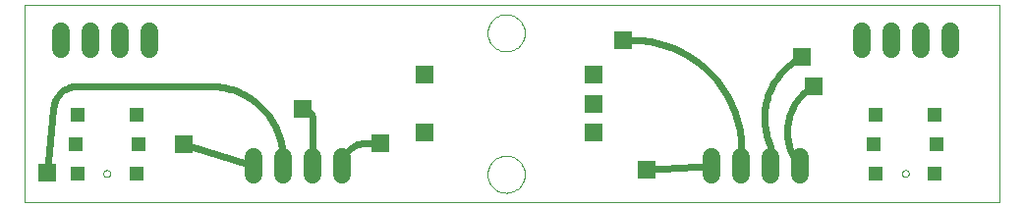
<source format=gtl>
G75*
%MOIN*%
%OFA0B0*%
%FSLAX24Y24*%
%IPPOS*%
%LPD*%
%AMOC8*
5,1,8,0,0,1.08239X$1,22.5*
%
%ADD10C,0.0000*%
%ADD11R,0.0594X0.0594*%
%ADD12R,0.0515X0.0515*%
%ADD13C,0.0600*%
%ADD14R,0.0591X0.0591*%
%ADD15C,0.0240*%
D10*
X000100Y000100D02*
X000100Y006793D01*
X033171Y006793D01*
X033171Y000100D01*
X000100Y000100D01*
X002777Y001069D02*
X002779Y001090D01*
X002785Y001110D01*
X002794Y001130D01*
X002806Y001147D01*
X002821Y001161D01*
X002839Y001173D01*
X002859Y001181D01*
X002879Y001186D01*
X002900Y001187D01*
X002921Y001184D01*
X002941Y001178D01*
X002960Y001167D01*
X002977Y001154D01*
X002990Y001138D01*
X003001Y001120D01*
X003009Y001100D01*
X003013Y001080D01*
X003013Y001058D01*
X003009Y001038D01*
X003001Y001018D01*
X002990Y001000D01*
X002977Y000984D01*
X002960Y000971D01*
X002941Y000960D01*
X002921Y000954D01*
X002900Y000951D01*
X002879Y000952D01*
X002859Y000957D01*
X002839Y000965D01*
X002821Y000977D01*
X002806Y000991D01*
X002794Y001008D01*
X002785Y001028D01*
X002779Y001048D01*
X002777Y001069D01*
X015809Y001045D02*
X015811Y001095D01*
X015817Y001145D01*
X015827Y001194D01*
X015841Y001242D01*
X015858Y001289D01*
X015879Y001334D01*
X015904Y001378D01*
X015932Y001419D01*
X015964Y001458D01*
X015998Y001495D01*
X016035Y001529D01*
X016075Y001559D01*
X016117Y001586D01*
X016161Y001610D01*
X016207Y001631D01*
X016254Y001647D01*
X016302Y001660D01*
X016352Y001669D01*
X016401Y001674D01*
X016452Y001675D01*
X016502Y001672D01*
X016551Y001665D01*
X016600Y001654D01*
X016648Y001639D01*
X016694Y001621D01*
X016739Y001599D01*
X016782Y001573D01*
X016823Y001544D01*
X016862Y001512D01*
X016898Y001477D01*
X016930Y001439D01*
X016960Y001399D01*
X016987Y001356D01*
X017010Y001312D01*
X017029Y001266D01*
X017045Y001218D01*
X017057Y001169D01*
X017065Y001120D01*
X017069Y001070D01*
X017069Y001020D01*
X017065Y000970D01*
X017057Y000921D01*
X017045Y000872D01*
X017029Y000824D01*
X017010Y000778D01*
X016987Y000734D01*
X016960Y000691D01*
X016930Y000651D01*
X016898Y000613D01*
X016862Y000578D01*
X016823Y000546D01*
X016782Y000517D01*
X016739Y000491D01*
X016694Y000469D01*
X016648Y000451D01*
X016600Y000436D01*
X016551Y000425D01*
X016502Y000418D01*
X016452Y000415D01*
X016401Y000416D01*
X016352Y000421D01*
X016302Y000430D01*
X016254Y000443D01*
X016207Y000459D01*
X016161Y000480D01*
X016117Y000504D01*
X016075Y000531D01*
X016035Y000561D01*
X015998Y000595D01*
X015964Y000632D01*
X015932Y000671D01*
X015904Y000712D01*
X015879Y000756D01*
X015858Y000801D01*
X015841Y000848D01*
X015827Y000896D01*
X015817Y000945D01*
X015811Y000995D01*
X015809Y001045D01*
X029864Y001069D02*
X029866Y001090D01*
X029872Y001110D01*
X029881Y001130D01*
X029893Y001147D01*
X029908Y001161D01*
X029926Y001173D01*
X029946Y001181D01*
X029966Y001186D01*
X029987Y001187D01*
X030008Y001184D01*
X030028Y001178D01*
X030047Y001167D01*
X030064Y001154D01*
X030077Y001138D01*
X030088Y001120D01*
X030096Y001100D01*
X030100Y001080D01*
X030100Y001058D01*
X030096Y001038D01*
X030088Y001018D01*
X030077Y001000D01*
X030064Y000984D01*
X030047Y000971D01*
X030028Y000960D01*
X030008Y000954D01*
X029987Y000951D01*
X029966Y000952D01*
X029946Y000957D01*
X029926Y000965D01*
X029908Y000977D01*
X029893Y000991D01*
X029881Y001008D01*
X029872Y001028D01*
X029866Y001048D01*
X029864Y001069D01*
X015809Y005848D02*
X015811Y005898D01*
X015817Y005948D01*
X015827Y005997D01*
X015841Y006045D01*
X015858Y006092D01*
X015879Y006137D01*
X015904Y006181D01*
X015932Y006222D01*
X015964Y006261D01*
X015998Y006298D01*
X016035Y006332D01*
X016075Y006362D01*
X016117Y006389D01*
X016161Y006413D01*
X016207Y006434D01*
X016254Y006450D01*
X016302Y006463D01*
X016352Y006472D01*
X016401Y006477D01*
X016452Y006478D01*
X016502Y006475D01*
X016551Y006468D01*
X016600Y006457D01*
X016648Y006442D01*
X016694Y006424D01*
X016739Y006402D01*
X016782Y006376D01*
X016823Y006347D01*
X016862Y006315D01*
X016898Y006280D01*
X016930Y006242D01*
X016960Y006202D01*
X016987Y006159D01*
X017010Y006115D01*
X017029Y006069D01*
X017045Y006021D01*
X017057Y005972D01*
X017065Y005923D01*
X017069Y005873D01*
X017069Y005823D01*
X017065Y005773D01*
X017057Y005724D01*
X017045Y005675D01*
X017029Y005627D01*
X017010Y005581D01*
X016987Y005537D01*
X016960Y005494D01*
X016930Y005454D01*
X016898Y005416D01*
X016862Y005381D01*
X016823Y005349D01*
X016782Y005320D01*
X016739Y005294D01*
X016694Y005272D01*
X016648Y005254D01*
X016600Y005239D01*
X016551Y005228D01*
X016502Y005221D01*
X016452Y005218D01*
X016401Y005219D01*
X016352Y005224D01*
X016302Y005233D01*
X016254Y005246D01*
X016207Y005262D01*
X016161Y005283D01*
X016117Y005307D01*
X016075Y005334D01*
X016035Y005364D01*
X015998Y005398D01*
X015964Y005435D01*
X015932Y005474D01*
X015904Y005515D01*
X015879Y005559D01*
X015858Y005604D01*
X015841Y005651D01*
X015827Y005699D01*
X015817Y005748D01*
X015811Y005798D01*
X015809Y005848D01*
D11*
X013683Y004431D03*
X019391Y004431D03*
X019391Y003446D03*
X019391Y002462D03*
X013683Y002462D03*
D12*
X003958Y002069D03*
X001832Y002069D03*
X001895Y003069D03*
X003895Y003069D03*
X003895Y001069D03*
X001895Y001069D03*
X028919Y002069D03*
X031045Y002069D03*
X030982Y003069D03*
X028982Y003069D03*
X028982Y001069D03*
X030982Y001069D03*
D13*
X026419Y001020D02*
X026419Y001620D01*
X025419Y001620D02*
X025419Y001020D01*
X024419Y001020D02*
X024419Y001620D01*
X023419Y001620D02*
X023419Y001020D01*
X010868Y001020D02*
X010868Y001620D01*
X009868Y001620D02*
X009868Y001020D01*
X008868Y001020D02*
X008868Y001620D01*
X007868Y001620D02*
X007868Y001020D01*
X004356Y005312D02*
X004356Y005912D01*
X003356Y005912D02*
X003356Y005312D01*
X002356Y005312D02*
X002356Y005912D01*
X001356Y005912D02*
X001356Y005312D01*
X028521Y005312D02*
X028521Y005912D01*
X029521Y005912D02*
X029521Y005312D01*
X030521Y005312D02*
X030521Y005912D01*
X031521Y005912D02*
X031521Y005312D01*
D14*
X026478Y005021D03*
X026872Y004037D03*
X020419Y005600D03*
X009549Y003250D03*
X012169Y002100D03*
X005494Y002069D03*
X000887Y001084D03*
X021206Y001206D03*
D15*
X023419Y001320D01*
X024419Y001320D02*
X024419Y002069D01*
X025419Y001994D02*
X025419Y001320D01*
X024420Y002069D02*
X024412Y002188D01*
X024400Y002307D01*
X024384Y002426D01*
X024364Y002544D01*
X024341Y002661D01*
X024313Y002778D01*
X024283Y002894D01*
X024248Y003008D01*
X024210Y003122D01*
X024168Y003234D01*
X024122Y003345D01*
X024073Y003454D01*
X024021Y003561D01*
X023965Y003667D01*
X023906Y003771D01*
X023843Y003873D01*
X023778Y003973D01*
X023709Y004071D01*
X023637Y004167D01*
X023562Y004260D01*
X023484Y004351D01*
X023403Y004439D01*
X023319Y004525D01*
X023233Y004607D01*
X023144Y004688D01*
X023052Y004765D01*
X022958Y004839D01*
X022862Y004910D01*
X022763Y004978D01*
X022663Y005043D01*
X022560Y005104D01*
X022456Y005163D01*
X022349Y005218D01*
X022241Y005269D01*
X022131Y005317D01*
X022020Y005361D01*
X021908Y005402D01*
X021794Y005439D01*
X021679Y005473D01*
X021563Y005503D01*
X021446Y005529D01*
X021329Y005551D01*
X021211Y005570D01*
X021092Y005584D01*
X020973Y005595D01*
X020853Y005602D01*
X020733Y005606D01*
X020614Y005605D01*
X020494Y005601D01*
X020494Y005600D02*
X020419Y005600D01*
X026576Y003840D02*
X026872Y004037D01*
X026478Y005021D02*
X026394Y004979D01*
X026312Y004933D01*
X026233Y004884D01*
X026155Y004831D01*
X026079Y004776D01*
X026006Y004717D01*
X025936Y004656D01*
X025868Y004591D01*
X025802Y004524D01*
X025740Y004454D01*
X025680Y004381D01*
X025624Y004307D01*
X025571Y004229D01*
X025520Y004150D01*
X025474Y004069D01*
X025430Y003986D01*
X025390Y003901D01*
X025354Y003815D01*
X025321Y003727D01*
X025292Y003638D01*
X025267Y003548D01*
X025245Y003456D01*
X025227Y003364D01*
X025213Y003272D01*
X025203Y003178D01*
X025197Y003085D01*
X025194Y002991D01*
X025195Y002897D01*
X025201Y002804D01*
X025210Y002711D01*
X025223Y002618D01*
X025240Y002525D01*
X025260Y002434D01*
X025285Y002343D01*
X025313Y002254D01*
X025344Y002166D01*
X025380Y002079D01*
X025419Y001994D01*
X026419Y001321D02*
X026365Y001384D01*
X026315Y001450D01*
X026268Y001517D01*
X026224Y001587D01*
X026184Y001659D01*
X026146Y001732D01*
X026113Y001808D01*
X026082Y001884D01*
X026056Y001962D01*
X026032Y002041D01*
X026013Y002122D01*
X025997Y002203D01*
X025985Y002284D01*
X025977Y002366D01*
X025973Y002448D01*
X025972Y002531D01*
X025975Y002613D01*
X025983Y002696D01*
X025993Y002777D01*
X026008Y002858D01*
X026026Y002939D01*
X026048Y003018D01*
X026074Y003097D01*
X026103Y003174D01*
X026136Y003249D01*
X026172Y003323D01*
X026212Y003396D01*
X026255Y003466D01*
X026301Y003535D01*
X026350Y003601D01*
X026402Y003664D01*
X026458Y003726D01*
X026515Y003784D01*
X026576Y003840D01*
X012169Y002100D02*
X011647Y002100D01*
X008868Y001569D02*
X008868Y001320D01*
X009868Y001320D02*
X009868Y002931D01*
X009866Y002964D01*
X009861Y002997D01*
X009852Y003030D01*
X009840Y003061D01*
X009825Y003091D01*
X009807Y003119D01*
X009786Y003144D01*
X009762Y003168D01*
X009737Y003189D01*
X009709Y003207D01*
X009679Y003222D01*
X009648Y003234D01*
X009615Y003243D01*
X009582Y003248D01*
X009549Y003250D01*
X006399Y004037D02*
X001872Y004037D01*
X001818Y004035D01*
X001765Y004030D01*
X001712Y004021D01*
X001660Y004008D01*
X001608Y003992D01*
X001558Y003972D01*
X001510Y003949D01*
X001463Y003922D01*
X001418Y003893D01*
X001375Y003860D01*
X001335Y003825D01*
X001297Y003787D01*
X001262Y003747D01*
X001229Y003704D01*
X001200Y003659D01*
X001173Y003612D01*
X001150Y003564D01*
X001130Y003514D01*
X001114Y003462D01*
X001101Y003410D01*
X001092Y003357D01*
X001087Y003304D01*
X001085Y003250D01*
X001084Y003250D02*
X000887Y001084D01*
X005494Y002069D02*
X007868Y001320D01*
X008868Y001569D02*
X008866Y001666D01*
X008860Y001763D01*
X008851Y001859D01*
X008838Y001955D01*
X008821Y002051D01*
X008800Y002145D01*
X008775Y002239D01*
X008747Y002332D01*
X008715Y002424D01*
X008680Y002514D01*
X008641Y002603D01*
X008599Y002690D01*
X008553Y002775D01*
X008504Y002859D01*
X008452Y002941D01*
X008396Y003020D01*
X008338Y003098D01*
X008276Y003172D01*
X008212Y003245D01*
X008145Y003315D01*
X008075Y003382D01*
X008002Y003446D01*
X007928Y003508D01*
X007850Y003566D01*
X007771Y003622D01*
X007689Y003674D01*
X007605Y003723D01*
X007520Y003769D01*
X007433Y003811D01*
X007344Y003850D01*
X007254Y003885D01*
X007162Y003917D01*
X007069Y003945D01*
X006975Y003970D01*
X006881Y003991D01*
X006785Y004008D01*
X006689Y004021D01*
X006593Y004030D01*
X006496Y004036D01*
X006399Y004038D01*
X010867Y001320D02*
X010869Y001376D01*
X010875Y001431D01*
X010885Y001486D01*
X010899Y001540D01*
X010916Y001593D01*
X010937Y001644D01*
X010962Y001694D01*
X010991Y001742D01*
X011023Y001787D01*
X011058Y001831D01*
X011095Y001872D01*
X011136Y001909D01*
X011180Y001944D01*
X011225Y001976D01*
X011273Y002005D01*
X011323Y002030D01*
X011374Y002051D01*
X011427Y002068D01*
X011481Y002082D01*
X011536Y002092D01*
X011591Y002098D01*
X011647Y002100D01*
M02*

</source>
